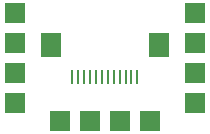
<source format=gbr>
%TF.GenerationSoftware,KiCad,Pcbnew,8.0.3*%
%TF.CreationDate,2024-10-24T18:29:52-05:00*%
%TF.ProjectId,EZ-VIK,455a2d56-494b-42e6-9b69-6361645f7063,rev?*%
%TF.SameCoordinates,Original*%
%TF.FileFunction,Soldermask,Top*%
%TF.FilePolarity,Negative*%
%FSLAX46Y46*%
G04 Gerber Fmt 4.6, Leading zero omitted, Abs format (unit mm)*
G04 Created by KiCad (PCBNEW 8.0.3) date 2024-10-24 18:29:52*
%MOMM*%
%LPD*%
G01*
G04 APERTURE LIST*
%ADD10R,1.680000X1.680000*%
%ADD11R,0.280000X1.250000*%
%ADD12R,1.800000X2.000000*%
G04 APERTURE END LIST*
D10*
%TO.C,J2*%
X151125000Y-102108000D03*
X153675000Y-102108000D03*
X156210000Y-102108000D03*
X158745000Y-102108000D03*
%TD*%
D11*
%TO.C,J4*%
X157690000Y-98431000D03*
X157190000Y-98431000D03*
X156690000Y-98431000D03*
X156190000Y-98431000D03*
X155690000Y-98431000D03*
X155190000Y-98431000D03*
X154690000Y-98431000D03*
X154190000Y-98431000D03*
X153690000Y-98431000D03*
X153190000Y-98431000D03*
X152690000Y-98431000D03*
X152190000Y-98431000D03*
D12*
X150390000Y-95707000D03*
X159490000Y-95707000D03*
%TD*%
D10*
%TO.C,J3*%
X162560000Y-92954000D03*
X162560000Y-95504000D03*
X162560000Y-98039000D03*
X162560000Y-100574000D03*
%TD*%
%TO.C,J1*%
X147320000Y-92964000D03*
X147320000Y-95514000D03*
X147320000Y-98049000D03*
X147320000Y-100584000D03*
%TD*%
M02*

</source>
